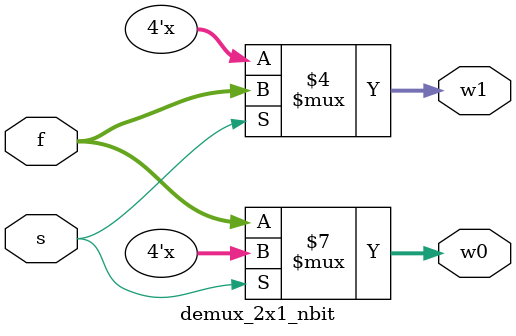
<source format=v>
`timescale 1ns / 1ps


module demux_2x1_nbit
#(parameter N = 4)(
    input [N-1:0] f,
    input s,
    output reg [N-1:0] w0,w1
    );
    
    always @(f,s)
    begin
        if(~s)
            begin
                w0 = f;
                w1 = 'bz;
            end
        else
            begin
                w0 = 'bz;
                w1 = f;
            end
//        case(s)
//            2'b00: w0 = f;
//            2'b01: w1 = f;
//            2'b10: w2 = f;
//            2'b11: w3 = f;
//            default: {w0,w1,w2,w3} = 'bx;
//        endcase
    end
endmodule

</source>
